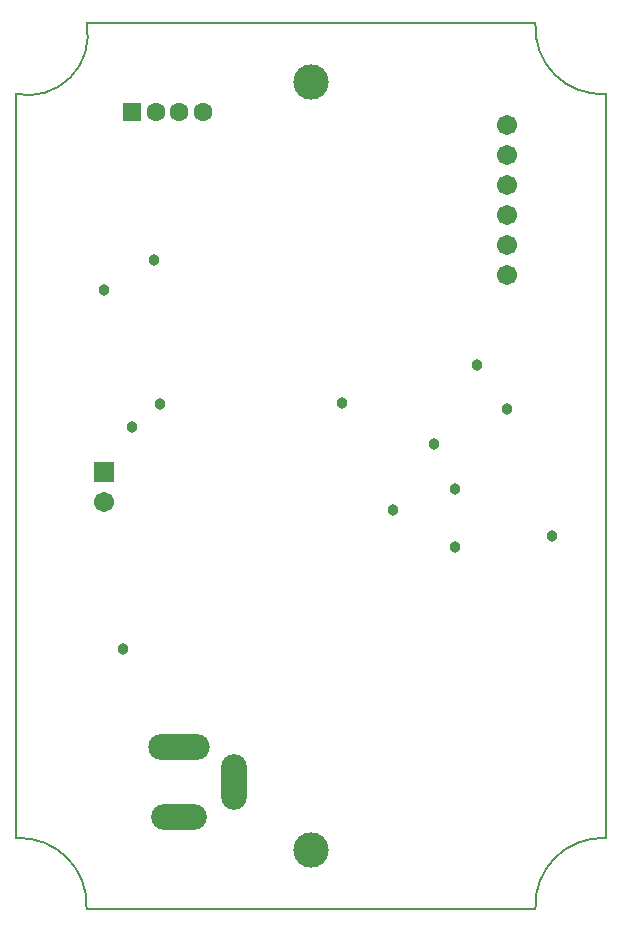
<source format=gbs>
G04 DipTrace 3.0.0.0*
G04 BottomMask.gbr*
%MOIN*%
G04 #@! TF.FileFunction,Soldermask,Bot*
G04 #@! TF.Part,Single*
%ADD11C,0.006*%
%ADD39C,0.11811*%
%ADD43C,0.038*%
%ADD49C,0.067055*%
%ADD51R,0.067055X0.067055*%
%ADD53O,0.08674X0.185165*%
%ADD55O,0.20485X0.08674*%
%ADD57O,0.185165X0.08674*%
%ADD63C,0.067055*%
%ADD67C,0.063118*%
%ADD69R,0.063118X0.063118*%
%FSLAX26Y26*%
G04*
G70*
G90*
G75*
G01*
G04 BotMask*
%LPD*%
D43*
X1256382Y1330085D3*
X1087614Y1686373D3*
X1393896Y1548858D3*
X462549Y2161423D3*
X356287Y867537D3*
X1462654Y1398843D3*
Y1205072D3*
X1637672Y1667621D3*
X1537457Y1811386D3*
X1637672Y1667621D3*
X293781Y2061412D3*
X387541Y1605114D3*
X1787957Y1242307D3*
X481301Y1683854D3*
D69*
X388185Y2655224D3*
D67*
X466925D3*
X545665D3*
X624406D3*
D63*
X1637672Y2611470D3*
Y2511470D3*
Y2411470D3*
Y2311470D3*
Y2211470D3*
Y2111470D3*
D57*
X543807Y304978D3*
D55*
Y541198D3*
D53*
X728846Y423088D3*
D51*
X293781Y1455098D3*
D49*
Y1355098D3*
D39*
X984252Y196850D3*
Y2755906D3*
G04 BoardOutline*
X0Y236220D2*
D11*
Y2716535D1*
X1968504Y236220D2*
Y2716535D1*
X236220Y0D2*
X1732283D1*
X236220Y2952756D2*
X1732283D1*
X0Y236220D2*
G02X236220Y0I12740J-223481D01*
G01*
Y2952756D2*
G02X0Y2716535I-195822J-40399D01*
G01*
X1968504D2*
G02X1732283Y2952756I-15197J221024D01*
G01*
Y0D2*
G02X1968504Y236220I223955J12266D01*
G01*
M02*

</source>
